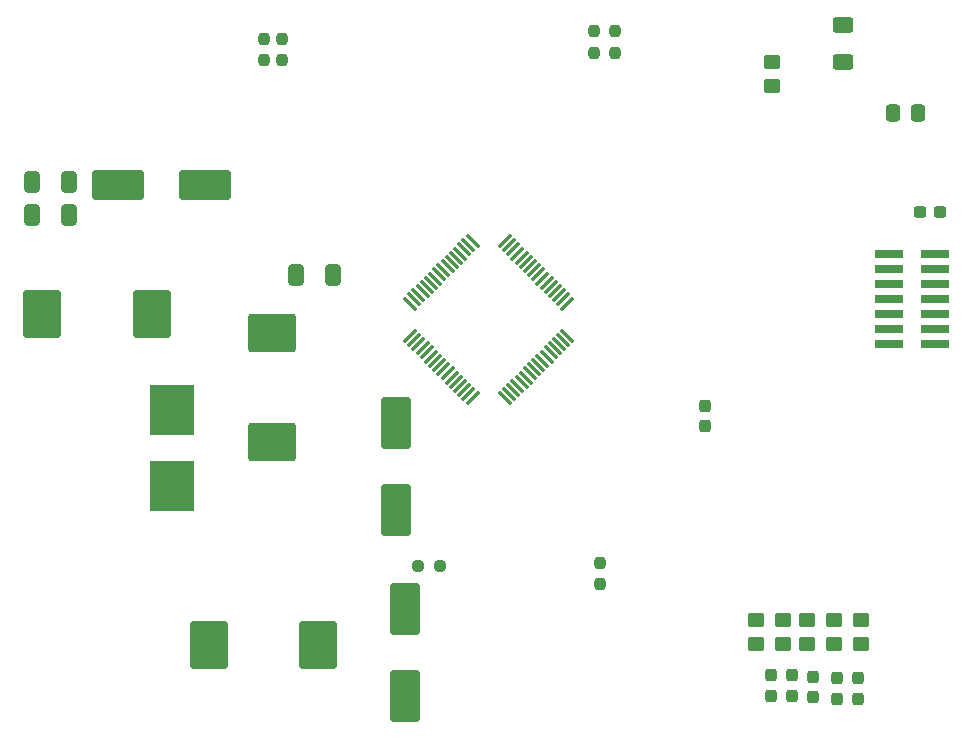
<source format=gbr>
%TF.GenerationSoftware,KiCad,Pcbnew,9.0.5*%
%TF.CreationDate,2025-11-12T00:35:56+01:00*%
%TF.ProjectId,mobile_robot,6d6f6269-6c65-45f7-926f-626f742e6b69,rev?*%
%TF.SameCoordinates,Original*%
%TF.FileFunction,Paste,Top*%
%TF.FilePolarity,Positive*%
%FSLAX46Y46*%
G04 Gerber Fmt 4.6, Leading zero omitted, Abs format (unit mm)*
G04 Created by KiCad (PCBNEW 9.0.5) date 2025-11-12 00:35:56*
%MOMM*%
%LPD*%
G01*
G04 APERTURE LIST*
G04 Aperture macros list*
%AMRoundRect*
0 Rectangle with rounded corners*
0 $1 Rounding radius*
0 $2 $3 $4 $5 $6 $7 $8 $9 X,Y pos of 4 corners*
0 Add a 4 corners polygon primitive as box body*
4,1,4,$2,$3,$4,$5,$6,$7,$8,$9,$2,$3,0*
0 Add four circle primitives for the rounded corners*
1,1,$1+$1,$2,$3*
1,1,$1+$1,$4,$5*
1,1,$1+$1,$6,$7*
1,1,$1+$1,$8,$9*
0 Add four rect primitives between the rounded corners*
20,1,$1+$1,$2,$3,$4,$5,0*
20,1,$1+$1,$4,$5,$6,$7,0*
20,1,$1+$1,$6,$7,$8,$9,0*
20,1,$1+$1,$8,$9,$2,$3,0*%
G04 Aperture macros list end*
%ADD10RoundRect,0.075000X-0.548008X0.441942X0.441942X-0.548008X0.548008X-0.441942X-0.441942X0.548008X0*%
%ADD11RoundRect,0.075000X-0.548008X-0.441942X-0.441942X-0.548008X0.548008X0.441942X0.441942X0.548008X0*%
%ADD12RoundRect,0.250000X0.450000X-0.350000X0.450000X0.350000X-0.450000X0.350000X-0.450000X-0.350000X0*%
%ADD13RoundRect,0.250000X-0.625000X0.400000X-0.625000X-0.400000X0.625000X-0.400000X0.625000X0.400000X0*%
%ADD14RoundRect,0.237500X0.237500X-0.250000X0.237500X0.250000X-0.237500X0.250000X-0.237500X-0.250000X0*%
%ADD15RoundRect,0.237500X-0.237500X0.250000X-0.237500X-0.250000X0.237500X-0.250000X0.237500X0.250000X0*%
%ADD16RoundRect,0.250000X-0.450000X0.350000X-0.450000X-0.350000X0.450000X-0.350000X0.450000X0.350000X0*%
%ADD17RoundRect,0.237500X-0.250000X-0.237500X0.250000X-0.237500X0.250000X0.237500X-0.250000X0.237500X0*%
%ADD18RoundRect,0.250000X1.750000X-1.375000X1.750000X1.375000X-1.750000X1.375000X-1.750000X-1.375000X0*%
%ADD19RoundRect,0.250000X1.375000X1.750000X-1.375000X1.750000X-1.375000X-1.750000X1.375000X-1.750000X0*%
%ADD20RoundRect,0.250000X-1.375000X-1.750000X1.375000X-1.750000X1.375000X1.750000X-1.375000X1.750000X0*%
%ADD21R,2.400000X0.740000*%
%ADD22R,3.810000X4.240000*%
%ADD23RoundRect,0.237500X-0.237500X0.287500X-0.237500X-0.287500X0.237500X-0.287500X0.237500X0.287500X0*%
%ADD24RoundRect,0.237500X0.237500X-0.287500X0.237500X0.287500X-0.237500X0.287500X-0.237500X-0.287500X0*%
%ADD25RoundRect,0.237500X-0.300000X-0.237500X0.300000X-0.237500X0.300000X0.237500X-0.300000X0.237500X0*%
%ADD26RoundRect,0.237500X-0.237500X0.300000X-0.237500X-0.300000X0.237500X-0.300000X0.237500X0.300000X0*%
%ADD27RoundRect,0.250000X-0.337500X-0.475000X0.337500X-0.475000X0.337500X0.475000X-0.337500X0.475000X0*%
%ADD28RoundRect,0.250000X0.412500X0.650000X-0.412500X0.650000X-0.412500X-0.650000X0.412500X-0.650000X0*%
%ADD29RoundRect,0.250000X-1.000000X1.950000X-1.000000X-1.950000X1.000000X-1.950000X1.000000X1.950000X0*%
%ADD30RoundRect,0.250000X-1.950000X-1.000000X1.950000X-1.000000X1.950000X1.000000X-1.950000X1.000000X0*%
G04 APERTURE END LIST*
D10*
%TO.C,U1*%
X147482819Y-58613519D03*
X147129266Y-58967072D03*
X146775713Y-59320625D03*
X146422159Y-59674179D03*
X146068606Y-60027732D03*
X145715052Y-60381286D03*
X145361499Y-60734839D03*
X145007946Y-61088392D03*
X144654392Y-61441946D03*
X144300839Y-61795499D03*
X143947286Y-62149052D03*
X143593732Y-62502606D03*
X143240179Y-62856159D03*
X142886625Y-63209713D03*
X142533072Y-63563266D03*
X142179519Y-63916819D03*
D11*
X142179519Y-66639181D03*
X142533072Y-66992734D03*
X142886625Y-67346287D03*
X143240179Y-67699841D03*
X143593732Y-68053394D03*
X143947286Y-68406948D03*
X144300839Y-68760501D03*
X144654392Y-69114054D03*
X145007946Y-69467608D03*
X145361499Y-69821161D03*
X145715052Y-70174714D03*
X146068606Y-70528268D03*
X146422159Y-70881821D03*
X146775713Y-71235375D03*
X147129266Y-71588928D03*
X147482819Y-71942481D03*
D10*
X150205181Y-71942481D03*
X150558734Y-71588928D03*
X150912287Y-71235375D03*
X151265841Y-70881821D03*
X151619394Y-70528268D03*
X151972948Y-70174714D03*
X152326501Y-69821161D03*
X152680054Y-69467608D03*
X153033608Y-69114054D03*
X153387161Y-68760501D03*
X153740714Y-68406948D03*
X154094268Y-68053394D03*
X154447821Y-67699841D03*
X154801375Y-67346287D03*
X155154928Y-66992734D03*
X155508481Y-66639181D03*
D11*
X155508481Y-63916819D03*
X155154928Y-63563266D03*
X154801375Y-63209713D03*
X154447821Y-62856159D03*
X154094268Y-62502606D03*
X153740714Y-62149052D03*
X153387161Y-61795499D03*
X153033608Y-61441946D03*
X152680054Y-61088392D03*
X152326501Y-60734839D03*
X151972948Y-60381286D03*
X151619394Y-60027732D03*
X151265841Y-59674179D03*
X150912287Y-59320625D03*
X150558734Y-58967072D03*
X150205181Y-58613519D03*
%TD*%
D12*
%TO.C,R85*%
X178054000Y-92694000D03*
X178054000Y-90694000D03*
%TD*%
%TO.C,R84*%
X180340000Y-92694000D03*
X180340000Y-90694000D03*
%TD*%
D13*
%TO.C,R78*%
X178816000Y-40360000D03*
X178816000Y-43460000D03*
%TD*%
D14*
%TO.C,R77*%
X159512000Y-42695500D03*
X159512000Y-40870500D03*
%TD*%
D15*
%TO.C,R76*%
X157734000Y-40870500D03*
X157734000Y-42695500D03*
%TD*%
D12*
%TO.C,R58*%
X175768000Y-92694000D03*
X175768000Y-90694000D03*
%TD*%
D16*
%TO.C,R57*%
X173736000Y-90694000D03*
X173736000Y-92694000D03*
%TD*%
%TO.C,R56*%
X171450000Y-90694000D03*
X171450000Y-92694000D03*
%TD*%
D15*
%TO.C,R46*%
X131318000Y-41505500D03*
X131318000Y-43330500D03*
%TD*%
D14*
%TO.C,R45*%
X129794000Y-43330500D03*
X129794000Y-41505500D03*
%TD*%
D17*
%TO.C,R19*%
X142851500Y-86106000D03*
X144676500Y-86106000D03*
%TD*%
D14*
%TO.C,R5*%
X158242000Y-87677000D03*
X158242000Y-85852000D03*
%TD*%
D12*
%TO.C,R3*%
X172847000Y-45450000D03*
X172847000Y-43450000D03*
%TD*%
D18*
%TO.C,L3*%
X130470613Y-75621355D03*
X130470613Y-66371355D03*
%TD*%
D19*
%TO.C,L2*%
X120299664Y-64837053D03*
X111049664Y-64837053D03*
%TD*%
D20*
%TO.C,L1*%
X125175000Y-92800000D03*
X134425000Y-92800000D03*
%TD*%
D21*
%TO.C,J2*%
X182708000Y-59690000D03*
X186608000Y-59690000D03*
X182708000Y-60960000D03*
X186608000Y-60960000D03*
X182708000Y-62230000D03*
X186608000Y-62230000D03*
X182708000Y-63500000D03*
X186608000Y-63500000D03*
X182708000Y-64770000D03*
X186608000Y-64770000D03*
X182708000Y-66040000D03*
X186608000Y-66040000D03*
X182708000Y-67310000D03*
X186608000Y-67310000D03*
%TD*%
D22*
%TO.C,F1*%
X121992802Y-79322534D03*
X121992802Y-72952534D03*
%TD*%
D23*
%TO.C,D26*%
X178308000Y-95645000D03*
X178308000Y-97395000D03*
%TD*%
%TO.C,D21*%
X176276000Y-95504000D03*
X176276000Y-97254000D03*
%TD*%
D24*
%TO.C,D20*%
X174498000Y-97141000D03*
X174498000Y-95391000D03*
%TD*%
%TO.C,D19*%
X172720000Y-97141000D03*
X172720000Y-95391000D03*
%TD*%
D23*
%TO.C,D2*%
X180086000Y-95645000D03*
X180086000Y-97395000D03*
%TD*%
D25*
%TO.C,C48*%
X185319500Y-56134000D03*
X187044500Y-56134000D03*
%TD*%
D26*
%TO.C,C47*%
X167132000Y-72543500D03*
X167132000Y-74268500D03*
%TD*%
D27*
%TO.C,C42*%
X183112500Y-47752000D03*
X185187500Y-47752000D03*
%TD*%
D28*
%TO.C,C39*%
X135674500Y-61468000D03*
X132549500Y-61468000D03*
%TD*%
%TO.C,C32*%
X113322500Y-53594000D03*
X110197500Y-53594000D03*
%TD*%
%TO.C,C31*%
X113322500Y-56388000D03*
X110197500Y-56388000D03*
%TD*%
D29*
%TO.C,C28*%
X140970000Y-74024000D03*
X140970000Y-81424000D03*
%TD*%
D30*
%TO.C,C27*%
X117458000Y-53848000D03*
X124858000Y-53848000D03*
%TD*%
D29*
%TO.C,C24*%
X141732000Y-89772000D03*
X141732000Y-97172000D03*
%TD*%
M02*

</source>
